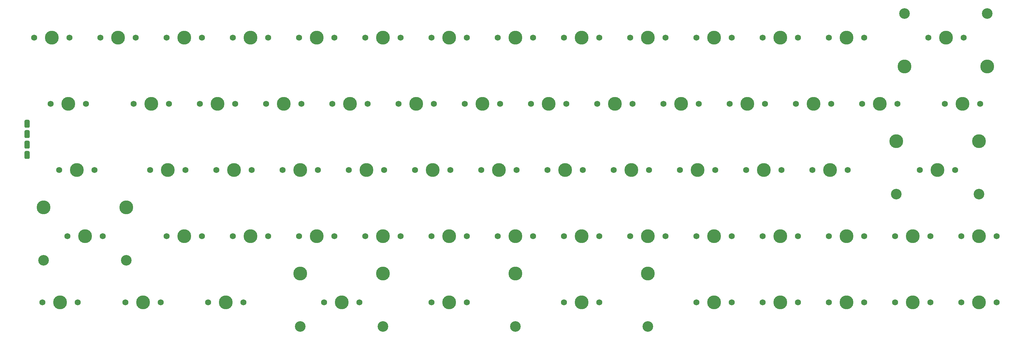
<source format=gbr>
%TF.GenerationSoftware,KiCad,Pcbnew,8.0.1*%
%TF.CreationDate,2024-05-19T22:36:38-06:00*%
%TF.ProjectId,60_Keyboard,36305f4b-6579-4626-9f61-72642e6b6963,rev?*%
%TF.SameCoordinates,Original*%
%TF.FileFunction,Soldermask,Top*%
%TF.FilePolarity,Negative*%
%FSLAX46Y46*%
G04 Gerber Fmt 4.6, Leading zero omitted, Abs format (unit mm)*
G04 Created by KiCad (PCBNEW 8.0.1) date 2024-05-19 22:36:38*
%MOMM*%
%LPD*%
G01*
G04 APERTURE LIST*
G04 Aperture macros list*
%AMRoundRect*
0 Rectangle with rounded corners*
0 $1 Rounding radius*
0 $2 $3 $4 $5 $6 $7 $8 $9 X,Y pos of 4 corners*
0 Add a 4 corners polygon primitive as box body*
4,1,4,$2,$3,$4,$5,$6,$7,$8,$9,$2,$3,0*
0 Add four circle primitives for the rounded corners*
1,1,$1+$1,$2,$3*
1,1,$1+$1,$4,$5*
1,1,$1+$1,$6,$7*
1,1,$1+$1,$8,$9*
0 Add four rect primitives between the rounded corners*
20,1,$1+$1,$2,$3,$4,$5,0*
20,1,$1+$1,$4,$5,$6,$7,0*
20,1,$1+$1,$6,$7,$8,$9,0*
20,1,$1+$1,$8,$9,$2,$3,0*%
G04 Aperture macros list end*
%ADD10C,1.750000*%
%ADD11C,3.987800*%
%ADD12RoundRect,0.381000X-0.381000X0.762000X-0.381000X-0.762000X0.381000X-0.762000X0.381000X0.762000X0*%
%ADD13C,3.048000*%
G04 APERTURE END LIST*
D10*
%TO.C,MX57*%
X110006500Y-157946300D03*
D11*
X115086500Y-157946300D03*
D10*
X120166500Y-157946300D03*
%TD*%
%TO.C,MX28*%
X345735400Y-100799900D03*
D11*
X350815400Y-100799900D03*
D10*
X355895400Y-100799900D03*
%TD*%
%TO.C,MX7*%
X198107200Y-81751100D03*
D11*
X203187200Y-81751100D03*
D10*
X208267200Y-81751100D03*
%TD*%
%TO.C,MX23*%
X245729200Y-100799900D03*
D11*
X250809200Y-100799900D03*
D10*
X255889200Y-100799900D03*
%TD*%
D12*
%TO.C,U2*%
X81751100Y-106530600D03*
X81751100Y-109530600D03*
X81751100Y-112530600D03*
X81751100Y-115530600D03*
%TD*%
D10*
%TO.C,MX58*%
X133817500Y-157946300D03*
D11*
X138897500Y-157946300D03*
D10*
X143977500Y-157946300D03*
%TD*%
%TO.C,MX16*%
X112387600Y-100799900D03*
D11*
X117467600Y-100799900D03*
D10*
X122547600Y-100799900D03*
%TD*%
%TO.C,MX6*%
X179058400Y-81751100D03*
D11*
X184138400Y-81751100D03*
D10*
X189218400Y-81751100D03*
%TD*%
%TO.C,MX33*%
X174296200Y-119848700D03*
D11*
X179376200Y-119848700D03*
D10*
X184456200Y-119848700D03*
%TD*%
%TO.C,MX1*%
X83814400Y-81751100D03*
D11*
X88894400Y-81751100D03*
D10*
X93974400Y-81751100D03*
%TD*%
%TO.C,MX56*%
X86195500Y-157946300D03*
D11*
X91275500Y-157946300D03*
D10*
X96355500Y-157946300D03*
%TD*%
%TO.C,MX18*%
X150485200Y-100799900D03*
D11*
X155565200Y-100799900D03*
D10*
X160645200Y-100799900D03*
%TD*%
%TO.C,MX43*%
X121912000Y-138897500D03*
D11*
X126992000Y-138897500D03*
D10*
X132072000Y-138897500D03*
%TD*%
%TO.C,MX10*%
X255253600Y-81751100D03*
D11*
X260333600Y-81751100D03*
D10*
X265413600Y-81751100D03*
%TD*%
%TO.C,MX4*%
X140960800Y-81751100D03*
D11*
X146040800Y-81751100D03*
D10*
X151120800Y-81751100D03*
%TD*%
%TO.C,MX29*%
X90957700Y-119848700D03*
D11*
X96037700Y-119848700D03*
D10*
X101117700Y-119848700D03*
%TD*%
%TO.C,MX40*%
X307637800Y-119848700D03*
D11*
X312717800Y-119848700D03*
D10*
X317797800Y-119848700D03*
%TD*%
%TO.C,MX11*%
X274302400Y-81751100D03*
D11*
X279382400Y-81751100D03*
D10*
X284462400Y-81751100D03*
%TD*%
%TO.C,MX24*%
X264778000Y-100799900D03*
D11*
X269858000Y-100799900D03*
D10*
X274938000Y-100799900D03*
%TD*%
%TO.C,MX52*%
X293351200Y-138897500D03*
D11*
X298431200Y-138897500D03*
D10*
X303511200Y-138897500D03*
%TD*%
%TO.C,MX60*%
X167152900Y-157946300D03*
D11*
X172232900Y-157946300D03*
D10*
X177312900Y-157946300D03*
%TD*%
%TO.C,MX42*%
X338592100Y-119848700D03*
D11*
X343672100Y-119848700D03*
D10*
X348752100Y-119848700D03*
%TD*%
%TO.C,MX63*%
X236204800Y-157946300D03*
D11*
X241284800Y-157946300D03*
D10*
X246364800Y-157946300D03*
%TD*%
%TO.C,MX21*%
X207631600Y-100799900D03*
D11*
X212711600Y-100799900D03*
D10*
X217791600Y-100799900D03*
%TD*%
%TO.C,MX9*%
X236204800Y-81751100D03*
D11*
X241284800Y-81751100D03*
D10*
X246364800Y-81751100D03*
%TD*%
%TO.C,MX65*%
X274302400Y-157946300D03*
D11*
X279382400Y-157946300D03*
D10*
X284462400Y-157946300D03*
%TD*%
%TO.C,MX50*%
X255253600Y-138897500D03*
D11*
X260333600Y-138897500D03*
D10*
X265413600Y-138897500D03*
%TD*%
%TO.C,MX36*%
X231442600Y-119848700D03*
D11*
X236522600Y-119848700D03*
D10*
X241602600Y-119848700D03*
%TD*%
%TO.C,MX55*%
X350497600Y-138897500D03*
D11*
X355577600Y-138897500D03*
D10*
X360657600Y-138897500D03*
%TD*%
%TO.C,MX13*%
X312400000Y-81751100D03*
D11*
X317480000Y-81751100D03*
D10*
X322560000Y-81751100D03*
%TD*%
%TO.C,MX39*%
X288589000Y-119848700D03*
D11*
X293669000Y-119848700D03*
D10*
X298749000Y-119848700D03*
%TD*%
%TO.C,MX20*%
X188582800Y-100799900D03*
D11*
X193662800Y-100799900D03*
D10*
X198742800Y-100799900D03*
%TD*%
%TO.C,MX41*%
X93338800Y-138897500D03*
D11*
X98418800Y-138897500D03*
D10*
X103498800Y-138897500D03*
%TD*%
%TO.C,MX26*%
X302875600Y-100799900D03*
D11*
X307955600Y-100799900D03*
D10*
X313035600Y-100799900D03*
%TD*%
%TO.C,MX69*%
X350497600Y-157946300D03*
D11*
X355577600Y-157946300D03*
D10*
X360657600Y-157946300D03*
%TD*%
%TO.C,MX30*%
X117149800Y-119848700D03*
D11*
X122229800Y-119848700D03*
D10*
X127309800Y-119848700D03*
%TD*%
%TO.C,MX68*%
X331448800Y-157946300D03*
D11*
X336528800Y-157946300D03*
D10*
X341608800Y-157946300D03*
%TD*%
D13*
%TO.C,S5*%
X260334800Y-164931300D03*
D11*
X260334800Y-149691300D03*
D13*
X222234800Y-164931300D03*
D11*
X222234800Y-149691300D03*
%TD*%
D10*
%TO.C,MX35*%
X212393800Y-119848700D03*
D11*
X217473800Y-119848700D03*
D10*
X222553800Y-119848700D03*
%TD*%
%TO.C,MX8*%
X217156000Y-81751100D03*
D11*
X222236000Y-81751100D03*
D10*
X227316000Y-81751100D03*
%TD*%
%TO.C,MX31*%
X136198600Y-119848700D03*
D11*
X141278600Y-119848700D03*
D10*
X146358600Y-119848700D03*
%TD*%
%TO.C,MX32*%
X155247400Y-119848700D03*
D11*
X160327400Y-119848700D03*
D10*
X165407400Y-119848700D03*
%TD*%
%TO.C,MX49*%
X236204800Y-138897500D03*
D11*
X241284800Y-138897500D03*
D10*
X246364800Y-138897500D03*
%TD*%
%TO.C,MX5*%
X160009600Y-81751100D03*
D11*
X165089600Y-81751100D03*
D10*
X170169600Y-81751100D03*
%TD*%
%TO.C,MX37*%
X250491400Y-119848700D03*
D11*
X255571400Y-119848700D03*
D10*
X260651400Y-119848700D03*
%TD*%
%TO.C,MX34*%
X193345000Y-119848700D03*
D11*
X198425000Y-119848700D03*
D10*
X203505000Y-119848700D03*
%TD*%
%TO.C,MX17*%
X131436400Y-100799900D03*
D11*
X136516400Y-100799900D03*
D10*
X141596400Y-100799900D03*
%TD*%
%TO.C,MX44*%
X140960800Y-138897500D03*
D11*
X146040800Y-138897500D03*
D10*
X151120800Y-138897500D03*
%TD*%
%TO.C,MX14*%
X340973200Y-81751100D03*
D11*
X346053200Y-81751100D03*
D10*
X351133200Y-81751100D03*
%TD*%
%TO.C,MX66*%
X293351200Y-157946300D03*
D11*
X298431200Y-157946300D03*
D10*
X303511200Y-157946300D03*
%TD*%
%TO.C,MX67*%
X312400000Y-157946300D03*
D11*
X317480000Y-157946300D03*
D10*
X322560000Y-157946300D03*
%TD*%
%TO.C,MX19*%
X169534000Y-100799900D03*
D11*
X174614000Y-100799900D03*
D10*
X179694000Y-100799900D03*
%TD*%
%TO.C,MX25*%
X283826800Y-100799900D03*
D11*
X288906800Y-100799900D03*
D10*
X293986800Y-100799900D03*
%TD*%
%TO.C,MX3*%
X121912000Y-81751100D03*
D11*
X126992000Y-81751100D03*
D10*
X132072000Y-81751100D03*
%TD*%
%TO.C,MX47*%
X198107200Y-138897500D03*
D11*
X203187200Y-138897500D03*
D10*
X208267200Y-138897500D03*
%TD*%
D13*
%TO.C,S1*%
X334146950Y-74766100D03*
D11*
X334146950Y-90006100D03*
D13*
X357959450Y-74766100D03*
D11*
X357959450Y-90006100D03*
%TD*%
D10*
%TO.C,MX2*%
X102863200Y-81751100D03*
D11*
X107943200Y-81751100D03*
D10*
X113023200Y-81751100D03*
%TD*%
%TO.C,MX53*%
X312400000Y-138897500D03*
D11*
X317480000Y-138897500D03*
D10*
X322560000Y-138897500D03*
%TD*%
%TO.C,MX48*%
X217156000Y-138897500D03*
D11*
X222236000Y-138897500D03*
D10*
X227316000Y-138897500D03*
%TD*%
%TO.C,MX15*%
X88576600Y-100799900D03*
D11*
X93656600Y-100799900D03*
D10*
X98736600Y-100799900D03*
%TD*%
%TO.C,MX27*%
X321924400Y-100799900D03*
D11*
X327004400Y-100799900D03*
D10*
X332084400Y-100799900D03*
%TD*%
%TO.C,MX38*%
X269540200Y-119848700D03*
D11*
X274620200Y-119848700D03*
D10*
X279700200Y-119848700D03*
%TD*%
D13*
%TO.C,S2*%
X355578350Y-126833700D03*
D11*
X355578350Y-111593700D03*
D13*
X331765850Y-126833700D03*
D11*
X331765850Y-111593700D03*
%TD*%
D13*
%TO.C,S3*%
X110325050Y-145882500D03*
D11*
X110325050Y-130642500D03*
D13*
X86512550Y-145882500D03*
D11*
X86512550Y-130642500D03*
%TD*%
D13*
%TO.C,S4*%
X184139150Y-164931300D03*
D11*
X184139150Y-149691300D03*
D13*
X160326650Y-164931300D03*
D11*
X160326650Y-149691300D03*
%TD*%
D10*
%TO.C,MX22*%
X226680400Y-100799900D03*
D11*
X231760400Y-100799900D03*
D10*
X236840400Y-100799900D03*
%TD*%
%TO.C,MX45*%
X160009600Y-138897500D03*
D11*
X165089600Y-138897500D03*
D10*
X170169600Y-138897500D03*
%TD*%
%TO.C,MX12*%
X293351200Y-81751100D03*
D11*
X298431200Y-81751100D03*
D10*
X303511200Y-81751100D03*
%TD*%
%TO.C,MX61*%
X198107200Y-157946300D03*
D11*
X203187200Y-157946300D03*
D10*
X208267200Y-157946300D03*
%TD*%
%TO.C,MX46*%
X179058400Y-138897500D03*
D11*
X184138400Y-138897500D03*
D10*
X189218400Y-138897500D03*
%TD*%
%TO.C,MX51*%
X274302400Y-138897500D03*
D11*
X279382400Y-138897500D03*
D10*
X284462400Y-138897500D03*
%TD*%
%TO.C,MX54*%
X331448800Y-138897500D03*
D11*
X336528800Y-138897500D03*
D10*
X341608800Y-138897500D03*
%TD*%
M02*

</source>
